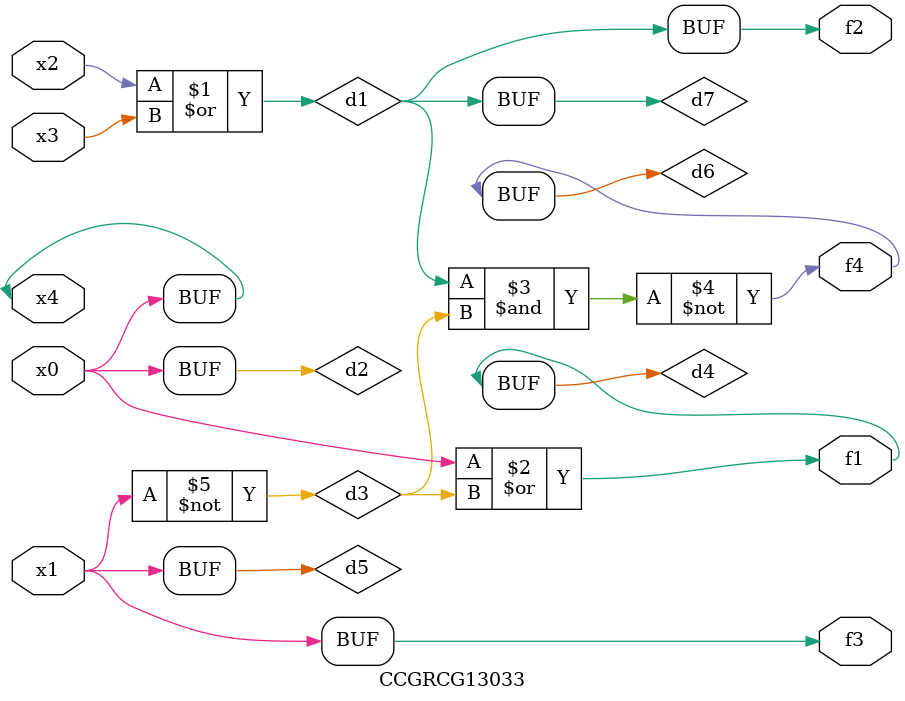
<source format=v>
module CCGRCG13033(
	input x0, x1, x2, x3, x4,
	output f1, f2, f3, f4
);

	wire d1, d2, d3, d4, d5, d6, d7;

	or (d1, x2, x3);
	buf (d2, x0, x4);
	not (d3, x1);
	or (d4, d2, d3);
	not (d5, d3);
	nand (d6, d1, d3);
	or (d7, d1);
	assign f1 = d4;
	assign f2 = d7;
	assign f3 = d5;
	assign f4 = d6;
endmodule

</source>
